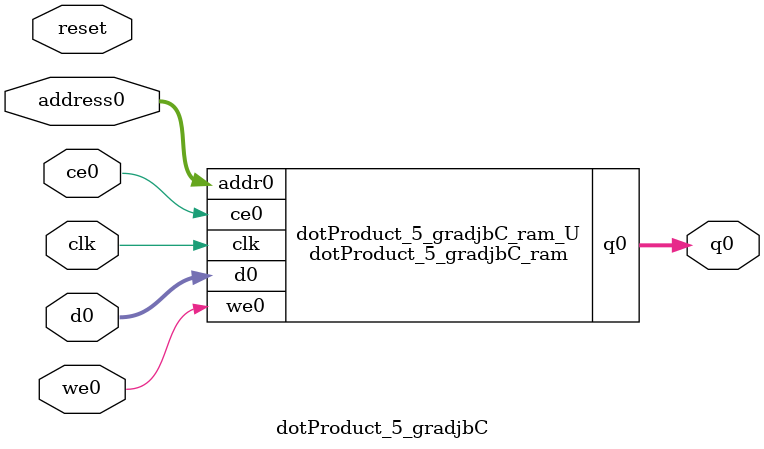
<source format=v>

`timescale 1 ns / 1 ps
module dotProduct_5_gradjbC_ram (addr0, ce0, d0, we0, q0,  clk);

parameter DWIDTH = 32;
parameter AWIDTH = 5;
parameter MEM_SIZE = 32;

input[AWIDTH-1:0] addr0;
input ce0;
input[DWIDTH-1:0] d0;
input we0;
output reg[DWIDTH-1:0] q0;
input clk;

(* ram_style = "block" *)reg [DWIDTH-1:0] ram[0:MEM_SIZE-1];




always @(posedge clk)  
begin 
    if (ce0) 
    begin
        if (we0) 
        begin 
            ram[addr0] <= d0; 
            q0 <= d0;
        end 
        else 
            q0 <= ram[addr0];
    end
end


endmodule


`timescale 1 ns / 1 ps
module dotProduct_5_gradjbC(
    reset,
    clk,
    address0,
    ce0,
    we0,
    d0,
    q0);

parameter DataWidth = 32'd32;
parameter AddressRange = 32'd32;
parameter AddressWidth = 32'd5;
input reset;
input clk;
input[AddressWidth - 1:0] address0;
input ce0;
input we0;
input[DataWidth - 1:0] d0;
output[DataWidth - 1:0] q0;



dotProduct_5_gradjbC_ram dotProduct_5_gradjbC_ram_U(
    .clk( clk ),
    .addr0( address0 ),
    .ce0( ce0 ),
    .we0( we0 ),
    .d0( d0 ),
    .q0( q0 ));

endmodule


</source>
